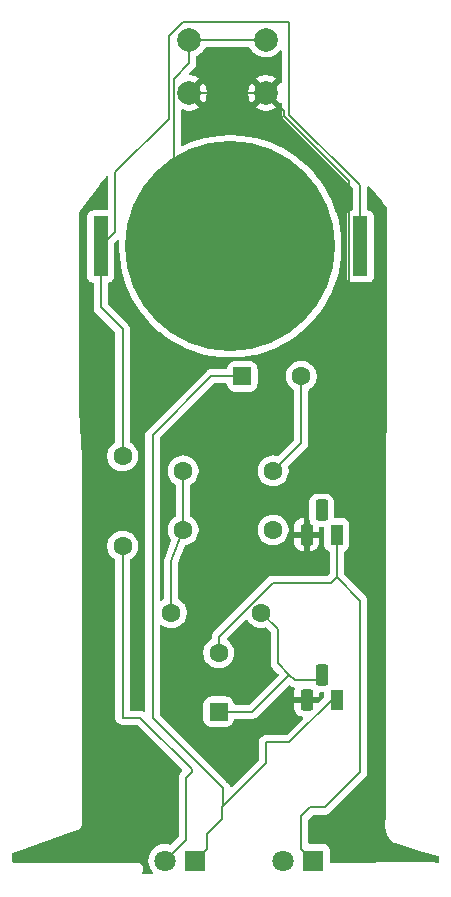
<source format=gbr>
%TF.GenerationSoftware,KiCad,Pcbnew,9.0.2*%
%TF.CreationDate,2025-07-02T03:30:09+03:00*%
%TF.ProjectId,solder submission,736f6c64-6572-4207-9375-626d69737369,rev?*%
%TF.SameCoordinates,Original*%
%TF.FileFunction,Copper,L1,Top*%
%TF.FilePolarity,Positive*%
%FSLAX46Y46*%
G04 Gerber Fmt 4.6, Leading zero omitted, Abs format (unit mm)*
G04 Created by KiCad (PCBNEW 9.0.2) date 2025-07-02 03:30:09*
%MOMM*%
%LPD*%
G01*
G04 APERTURE LIST*
G04 Aperture macros list*
%AMRoundRect*
0 Rectangle with rounded corners*
0 $1 Rounding radius*
0 $2 $3 $4 $5 $6 $7 $8 $9 X,Y pos of 4 corners*
0 Add a 4 corners polygon primitive as box body*
4,1,4,$2,$3,$4,$5,$6,$7,$8,$9,$2,$3,0*
0 Add four circle primitives for the rounded corners*
1,1,$1+$1,$2,$3*
1,1,$1+$1,$4,$5*
1,1,$1+$1,$6,$7*
1,1,$1+$1,$8,$9*
0 Add four rect primitives between the rounded corners*
20,1,$1+$1,$2,$3,$4,$5,0*
20,1,$1+$1,$4,$5,$6,$7,0*
20,1,$1+$1,$6,$7,$8,$9,0*
20,1,$1+$1,$8,$9,$2,$3,0*%
G04 Aperture macros list end*
%TA.AperFunction,SMDPad,CuDef*%
%ADD10R,1.270000X5.080000*%
%TD*%
%TA.AperFunction,SMDPad,CuDef*%
%ADD11C,17.800000*%
%TD*%
%TA.AperFunction,ComponentPad*%
%ADD12R,1.800000X1.800000*%
%TD*%
%TA.AperFunction,ComponentPad*%
%ADD13C,1.800000*%
%TD*%
%TA.AperFunction,ComponentPad*%
%ADD14C,2.000000*%
%TD*%
%TA.AperFunction,ComponentPad*%
%ADD15R,1.100000X1.800000*%
%TD*%
%TA.AperFunction,ComponentPad*%
%ADD16RoundRect,0.275000X0.275000X0.625000X-0.275000X0.625000X-0.275000X-0.625000X0.275000X-0.625000X0*%
%TD*%
%TA.AperFunction,ComponentPad*%
%ADD17C,1.600000*%
%TD*%
%TA.AperFunction,ComponentPad*%
%ADD18RoundRect,0.250000X0.550000X-0.550000X0.550000X0.550000X-0.550000X0.550000X-0.550000X-0.550000X0*%
%TD*%
%TA.AperFunction,ComponentPad*%
%ADD19RoundRect,0.250000X-0.550000X-0.550000X0.550000X-0.550000X0.550000X0.550000X-0.550000X0.550000X0*%
%TD*%
%TA.AperFunction,ViaPad*%
%ADD20C,0.600000*%
%TD*%
%TA.AperFunction,Conductor*%
%ADD21C,0.200000*%
%TD*%
G04 APERTURE END LIST*
D10*
%TO.P,BT1,1,+*%
%TO.N,+3V*%
X132985000Y-98000000D03*
X111015000Y-98000000D03*
D11*
%TO.P,BT1,2,-*%
%TO.N,Net-(BT1--)*%
X122000000Y-98000000D03*
%TD*%
D12*
%TO.P,D1,1,K*%
%TO.N,Net-(D1-K)*%
X119000000Y-150000000D03*
D13*
%TO.P,D1,2,A*%
%TO.N,Net-(D1-A)*%
X116460000Y-150000000D03*
%TD*%
D14*
%TO.P,SW1,1,1*%
%TO.N,GND*%
X125000000Y-85000000D03*
X118500000Y-85000000D03*
%TO.P,SW1,2,2*%
%TO.N,Net-(BT1--)*%
X125000000Y-80500000D03*
X118500000Y-80500000D03*
%TD*%
D12*
%TO.P,D2,1,K*%
%TO.N,Net-(D2-K)*%
X129000000Y-150000000D03*
D13*
%TO.P,D2,2,A*%
%TO.N,Net-(D2-A)*%
X126460000Y-150000000D03*
%TD*%
D15*
%TO.P,Q1,1,C*%
%TO.N,Net-(D1-K)*%
X131000000Y-136400000D03*
D16*
%TO.P,Q1,2,B*%
%TO.N,Net-(Q1-B)*%
X129730000Y-134330000D03*
%TO.P,Q1,3,E*%
%TO.N,GND*%
X128460000Y-136400000D03*
%TD*%
D17*
%TO.P,R1,1*%
%TO.N,+3V*%
X112870000Y-115750000D03*
%TO.P,R1,2*%
%TO.N,Net-(D1-A)*%
X112870000Y-123370000D03*
%TD*%
%TO.P,R4,1*%
%TO.N,+3V*%
X118000000Y-122000000D03*
%TO.P,R4,2*%
%TO.N,Net-(D2-A)*%
X125620000Y-122000000D03*
%TD*%
%TO.P,R3,1*%
%TO.N,+3V*%
X117000000Y-129000000D03*
%TO.P,R3,2*%
%TO.N,Net-(Q1-B)*%
X124620000Y-129000000D03*
%TD*%
D15*
%TO.P,Q2,1,C*%
%TO.N,Net-(D2-K)*%
X131000000Y-122400000D03*
D16*
%TO.P,Q2,2,B*%
%TO.N,Net-(Q2-B)*%
X129730000Y-120330000D03*
%TO.P,Q2,3,E*%
%TO.N,GND*%
X128460000Y-122400000D03*
%TD*%
D18*
%TO.P,C2,1*%
%TO.N,Net-(Q1-B)*%
X121000000Y-137402651D03*
D17*
%TO.P,C2,2*%
%TO.N,Net-(D2-K)*%
X121000000Y-132402651D03*
%TD*%
%TO.P,R2,1*%
%TO.N,+3V*%
X118000000Y-117000000D03*
%TO.P,R2,2*%
%TO.N,Net-(Q2-B)*%
X125620000Y-117000000D03*
%TD*%
D19*
%TO.P,C1,1*%
%TO.N,Net-(D1-K)*%
X123000000Y-109000000D03*
D17*
%TO.P,C1,2*%
%TO.N,Net-(Q2-B)*%
X128000000Y-109000000D03*
%TD*%
D20*
%TO.N,GND*%
X132000000Y-125000000D03*
%TD*%
D21*
%TO.N,Net-(BT1--)*%
X117199000Y-93199000D02*
X117199000Y-83801000D01*
X117199000Y-83801000D02*
X118500000Y-82500000D01*
X118500000Y-80500000D02*
X125000000Y-80500000D01*
X118500000Y-82500000D02*
X118500000Y-80500000D01*
X122000000Y-98000000D02*
X117199000Y-93199000D01*
%TO.N,+3V*%
X111015000Y-98000000D02*
X111015000Y-103145000D01*
X127000000Y-79000000D02*
X118000000Y-79000000D01*
X127000000Y-86832876D02*
X127000000Y-79000000D01*
X111015000Y-98000000D02*
X112262564Y-96752436D01*
X118000000Y-122000000D02*
X118000000Y-117000000D01*
X116798000Y-87202000D02*
X116798000Y-80202000D01*
X132985000Y-92817876D02*
X127000000Y-86832876D01*
X132985000Y-98000000D02*
X132985000Y-92817876D01*
X117000000Y-124620000D02*
X118000000Y-122000000D01*
X112262564Y-96752436D02*
X112262564Y-91737436D01*
X112262564Y-91737436D02*
X116798000Y-87202000D01*
X116798000Y-80202000D02*
X118000000Y-79000000D01*
X117000000Y-129000000D02*
X117000000Y-124620000D01*
X111015000Y-103145000D02*
X112870000Y-105000000D01*
X112870000Y-105000000D02*
X112870000Y-115750000D01*
%TO.N,Net-(Q2-B)*%
X125620000Y-117000000D02*
X128000000Y-114620000D01*
X128000000Y-114620000D02*
X128000000Y-109000000D01*
%TO.N,Net-(D1-K)*%
X121375000Y-145375000D02*
X121250000Y-145500000D01*
X125000000Y-141750000D02*
X121375000Y-145375000D01*
X120370000Y-109000000D02*
X123000000Y-109000000D01*
X115410000Y-137910000D02*
X115410000Y-113960000D01*
X115410000Y-137910000D02*
X121375000Y-143875000D01*
X121250000Y-145500000D02*
X121250000Y-146500000D01*
X120000000Y-147750000D02*
X120000000Y-149000000D01*
X121375000Y-143875000D02*
X121375000Y-145375000D01*
X125000000Y-140000000D02*
X127000000Y-140000000D01*
X125000000Y-140000000D02*
X125000000Y-141750000D01*
X127000000Y-140000000D02*
X131000000Y-136000000D01*
X120000000Y-149000000D02*
X119000000Y-150000000D01*
X121250000Y-146500000D02*
X120000000Y-147750000D01*
X115410000Y-113960000D02*
X120370000Y-109000000D01*
%TO.N,Net-(Q1-B)*%
X126000000Y-130380000D02*
X124620000Y-129000000D01*
X127000000Y-134250000D02*
X127480000Y-134730000D01*
X127480000Y-134730000D02*
X129730000Y-134730000D01*
X126000000Y-133250000D02*
X126000000Y-130380000D01*
X123847349Y-137402651D02*
X127000000Y-134250000D01*
X121000000Y-137402651D02*
X123847349Y-137402651D01*
X127000000Y-134250000D02*
X126000000Y-133250000D01*
%TO.N,Net-(D2-K)*%
X130000000Y-145500000D02*
X133000000Y-142500000D01*
X121000000Y-132402651D02*
X121000000Y-131062950D01*
X129000000Y-150000000D02*
X128000000Y-149000000D01*
X133000000Y-128000000D02*
X131000000Y-126000000D01*
X121000000Y-131062950D02*
X125562950Y-126500000D01*
X128750000Y-145500000D02*
X130000000Y-145500000D01*
X130500000Y-126500000D02*
X131000000Y-126000000D01*
X131000000Y-126000000D02*
X131000000Y-122000000D01*
X128000000Y-146250000D02*
X128750000Y-145500000D01*
X128000000Y-149000000D02*
X128000000Y-146250000D01*
X133000000Y-142500000D02*
X133000000Y-128000000D01*
X125562950Y-126500000D02*
X130500000Y-126500000D01*
%TO.N,Net-(D1-A)*%
X118710000Y-142250000D02*
X118710000Y-142500000D01*
X112870000Y-123370000D02*
X112870000Y-137910000D01*
X118210000Y-143000000D02*
X118210000Y-148250000D01*
X118210000Y-148250000D02*
X116460000Y-150000000D01*
X118710000Y-142500000D02*
X118210000Y-143000000D01*
X112870000Y-137910000D02*
X114370000Y-137910000D01*
X114370000Y-137910000D02*
X118710000Y-142250000D01*
%TO.N,GND*%
X125000000Y-85000000D02*
X118500000Y-85000000D01*
X132000000Y-125000000D02*
X132750000Y-124250000D01*
X126500000Y-87000000D02*
X126500000Y-86500000D01*
X126500000Y-86500000D02*
X125000000Y-85000000D01*
X132750000Y-124250000D02*
X132750000Y-105750000D01*
X132000000Y-92500000D02*
X126500000Y-87000000D01*
X132750000Y-105750000D02*
X132000000Y-105000000D01*
X132000000Y-105000000D02*
X132000000Y-92500000D01*
%TD*%
%TA.AperFunction,Conductor*%
%TO.N,GND*%
G36*
X123612971Y-81120185D02*
G01*
X123656416Y-81168203D01*
X123716657Y-81286433D01*
X123855483Y-81477510D01*
X124022490Y-81644517D01*
X124213567Y-81783343D01*
X124241933Y-81797796D01*
X124424003Y-81890566D01*
X124424005Y-81890566D01*
X124424008Y-81890568D01*
X124475304Y-81907235D01*
X124648631Y-81963553D01*
X124881903Y-82000500D01*
X124881908Y-82000500D01*
X125118097Y-82000500D01*
X125351368Y-81963553D01*
X125380563Y-81954067D01*
X125575992Y-81890568D01*
X125786433Y-81783343D01*
X125977510Y-81644517D01*
X126144517Y-81477510D01*
X126175182Y-81435302D01*
X126230511Y-81392637D01*
X126300125Y-81386658D01*
X126361920Y-81419263D01*
X126396277Y-81480102D01*
X126399500Y-81508188D01*
X126399500Y-84010668D01*
X126379815Y-84077707D01*
X126327011Y-84123462D01*
X126265772Y-84134286D01*
X126222658Y-84130893D01*
X125523787Y-84829765D01*
X125512518Y-84787708D01*
X125440110Y-84662292D01*
X125337708Y-84559890D01*
X125212292Y-84487482D01*
X125170234Y-84476212D01*
X125869105Y-83777340D01*
X125869104Y-83777338D01*
X125786174Y-83717087D01*
X125575802Y-83609897D01*
X125351247Y-83536934D01*
X125351248Y-83536934D01*
X125118052Y-83500000D01*
X124881948Y-83500000D01*
X124648752Y-83536934D01*
X124424197Y-83609897D01*
X124213830Y-83717084D01*
X124130894Y-83777340D01*
X124829766Y-84476212D01*
X124787708Y-84487482D01*
X124662292Y-84559890D01*
X124559890Y-84662292D01*
X124487482Y-84787708D01*
X124476212Y-84829766D01*
X123777340Y-84130894D01*
X123717084Y-84213830D01*
X123609897Y-84424197D01*
X123536934Y-84648752D01*
X123500000Y-84881947D01*
X123500000Y-85118052D01*
X123536934Y-85351247D01*
X123609897Y-85575802D01*
X123717087Y-85786174D01*
X123777338Y-85869104D01*
X123777340Y-85869105D01*
X124476212Y-85170233D01*
X124487482Y-85212292D01*
X124559890Y-85337708D01*
X124662292Y-85440110D01*
X124787708Y-85512518D01*
X124829765Y-85523787D01*
X124130893Y-86222658D01*
X124213828Y-86282914D01*
X124424197Y-86390102D01*
X124648752Y-86463065D01*
X124648751Y-86463065D01*
X124881948Y-86500000D01*
X125118052Y-86500000D01*
X125351247Y-86463065D01*
X125575802Y-86390102D01*
X125786163Y-86282918D01*
X125786169Y-86282914D01*
X125869104Y-86222658D01*
X125869105Y-86222658D01*
X125170233Y-85523787D01*
X125212292Y-85512518D01*
X125337708Y-85440110D01*
X125440110Y-85337708D01*
X125512518Y-85212292D01*
X125523787Y-85170234D01*
X126222658Y-85869105D01*
X126265771Y-85865712D01*
X126334148Y-85880076D01*
X126383905Y-85929128D01*
X126399500Y-85989330D01*
X126399500Y-86746206D01*
X126399499Y-86746224D01*
X126399499Y-86911930D01*
X126399498Y-86911930D01*
X126440423Y-87064661D01*
X126469358Y-87114776D01*
X126469359Y-87114780D01*
X126469360Y-87114780D01*
X126519479Y-87201590D01*
X126519481Y-87201593D01*
X126638349Y-87320461D01*
X126638355Y-87320466D01*
X132348181Y-93030292D01*
X132381666Y-93091615D01*
X132384500Y-93117973D01*
X132384500Y-94839261D01*
X132364815Y-94906300D01*
X132312011Y-94952055D01*
X132273754Y-94962551D01*
X132242516Y-94965909D01*
X132107671Y-95016202D01*
X132107664Y-95016206D01*
X131992455Y-95102452D01*
X131992452Y-95102455D01*
X131906206Y-95217664D01*
X131906202Y-95217671D01*
X131855908Y-95352517D01*
X131849501Y-95412116D01*
X131849501Y-95412123D01*
X131849500Y-95412135D01*
X131849500Y-100587870D01*
X131849501Y-100587876D01*
X131855908Y-100647483D01*
X131906202Y-100782328D01*
X131906206Y-100782335D01*
X131992452Y-100897544D01*
X131992455Y-100897547D01*
X132107664Y-100983793D01*
X132107671Y-100983797D01*
X132242517Y-101034091D01*
X132242516Y-101034091D01*
X132249444Y-101034835D01*
X132302127Y-101040500D01*
X133667872Y-101040499D01*
X133727483Y-101034091D01*
X133862331Y-100983796D01*
X133977546Y-100897546D01*
X134063796Y-100782331D01*
X134114091Y-100647483D01*
X134120500Y-100587873D01*
X134120499Y-95412128D01*
X134114091Y-95352517D01*
X134083210Y-95269722D01*
X134063797Y-95217671D01*
X134063793Y-95217664D01*
X133977547Y-95102455D01*
X133977544Y-95102452D01*
X133862335Y-95016206D01*
X133862328Y-95016202D01*
X133727482Y-94965908D01*
X133727484Y-94965908D01*
X133696244Y-94962550D01*
X133631693Y-94935812D01*
X133591845Y-94878419D01*
X133585500Y-94839261D01*
X133585500Y-93035679D01*
X133605185Y-92968640D01*
X133657989Y-92922885D01*
X133727147Y-92912941D01*
X133790703Y-92941966D01*
X133804518Y-92956007D01*
X134316163Y-93566260D01*
X134827558Y-94176214D01*
X134833985Y-94183880D01*
X134834233Y-94184175D01*
X134835392Y-94186596D01*
X134876532Y-94234627D01*
X134876948Y-94235123D01*
X134918222Y-94284351D01*
X134926127Y-94292528D01*
X135253184Y-94674364D01*
X135281844Y-94738081D01*
X135283007Y-94755026D01*
X135283007Y-111687303D01*
X135282930Y-111691676D01*
X135133552Y-115924929D01*
X135132997Y-115940645D01*
X135130660Y-115949381D01*
X135130677Y-116006360D01*
X135130600Y-116008571D01*
X135128669Y-116063313D01*
X135129445Y-116071404D01*
X135129023Y-116071444D01*
X135130703Y-116086203D01*
X135140226Y-145649747D01*
X135140229Y-145658004D01*
X135135922Y-145690275D01*
X135140248Y-145723598D01*
X135140251Y-145731601D01*
X135140252Y-145731602D01*
X135140261Y-145757228D01*
X135140261Y-145757232D01*
X135146558Y-145780701D01*
X135149761Y-145796866D01*
X135165941Y-145921485D01*
X135166957Y-145935470D01*
X135169247Y-146078784D01*
X135169047Y-146088089D01*
X135159107Y-146256085D01*
X135158749Y-146260674D01*
X135147341Y-146378864D01*
X135147183Y-146379839D01*
X135140182Y-146453023D01*
X135140173Y-146453125D01*
X135133192Y-146525457D01*
X135133162Y-146526412D01*
X135125568Y-146605804D01*
X135120549Y-146630782D01*
X135120146Y-146632077D01*
X135118229Y-146680503D01*
X135117763Y-146687398D01*
X135113150Y-146735643D01*
X135113150Y-146735651D01*
X135113374Y-146736982D01*
X135114988Y-146762413D01*
X135108385Y-146929298D01*
X135107348Y-146955504D01*
X135101864Y-146985530D01*
X135104753Y-147021067D01*
X135104457Y-147028549D01*
X135103344Y-147056687D01*
X135103344Y-147056694D01*
X135108139Y-147077909D01*
X135110781Y-147095192D01*
X135123408Y-147250488D01*
X135124556Y-147264600D01*
X135123529Y-147303550D01*
X135129873Y-147330002D01*
X135130650Y-147339547D01*
X135130651Y-147339554D01*
X135132080Y-147357120D01*
X135132081Y-147357125D01*
X135142936Y-147387530D01*
X135146735Y-147400298D01*
X135183498Y-147553559D01*
X135183497Y-147553559D01*
X135184796Y-147558975D01*
X135191098Y-147601925D01*
X135200103Y-147622788D01*
X135202598Y-147633188D01*
X135205405Y-147644892D01*
X135205408Y-147644899D01*
X135223459Y-147678160D01*
X135228322Y-147688166D01*
X135286571Y-147823118D01*
X135286570Y-147823118D01*
X135289790Y-147830579D01*
X135298839Y-147862435D01*
X135315780Y-147890793D01*
X135319002Y-147898256D01*
X135319006Y-147898264D01*
X135328883Y-147921144D01*
X135328884Y-147921146D01*
X135333997Y-147927609D01*
X135344407Y-147940770D01*
X135353600Y-147954096D01*
X135358570Y-147962415D01*
X135361472Y-147967271D01*
X135370962Y-147986887D01*
X135374797Y-147996996D01*
X135374798Y-147996998D01*
X135397638Y-148028697D01*
X135403475Y-148037577D01*
X135410955Y-148050096D01*
X135423523Y-148071133D01*
X135431275Y-148078657D01*
X135445527Y-148095161D01*
X135449002Y-148099985D01*
X135460283Y-148119024D01*
X135464544Y-148127947D01*
X135464546Y-148127949D01*
X135490541Y-148158362D01*
X135493879Y-148162267D01*
X135520260Y-148198881D01*
X135536523Y-148212157D01*
X135543751Y-148220613D01*
X135543751Y-148220614D01*
X135543756Y-148220619D01*
X135550495Y-148228504D01*
X135563598Y-148247030D01*
X135567841Y-148254373D01*
X135567845Y-148254379D01*
X135597113Y-148283630D01*
X135603716Y-148290768D01*
X135630609Y-148322231D01*
X135630610Y-148322231D01*
X135630613Y-148322235D01*
X135637605Y-148327037D01*
X135655057Y-148341542D01*
X135699639Y-148386098D01*
X135702851Y-148389432D01*
X135739692Y-148429131D01*
X135739695Y-148429133D01*
X135739699Y-148429136D01*
X135747778Y-148434211D01*
X135754529Y-148440958D01*
X135803449Y-148469184D01*
X135823506Y-148481784D01*
X135851281Y-148499233D01*
X135858668Y-148502620D01*
X135858524Y-148502931D01*
X135861034Y-148504026D01*
X135861165Y-148503710D01*
X135868672Y-148506816D01*
X135868676Y-148506819D01*
X135921022Y-148520829D01*
X135925444Y-148522102D01*
X137043384Y-148866831D01*
X137046425Y-148868683D01*
X137106298Y-148886232D01*
X137165917Y-148904616D01*
X137165926Y-148904616D01*
X137166122Y-148904650D01*
X137180251Y-148907906D01*
X138332232Y-149245554D01*
X139574915Y-149611597D01*
X139596625Y-149625575D01*
X139620213Y-149636086D01*
X139625521Y-149644181D01*
X139633661Y-149649422D01*
X139644368Y-149672921D01*
X139658528Y-149694514D01*
X139660716Y-149708801D01*
X139662631Y-149713002D01*
X139663873Y-149729401D01*
X139664964Y-149847717D01*
X139664537Y-149859198D01*
X139647970Y-150057222D01*
X139622765Y-150122387D01*
X139566330Y-150163580D01*
X139524941Y-150170883D01*
X139429947Y-150171296D01*
X139403735Y-150167528D01*
X139403673Y-150167915D01*
X139387628Y-150165340D01*
X139387631Y-150165318D01*
X139380993Y-150164407D01*
X139380991Y-150164430D01*
X139372921Y-150163508D01*
X139321442Y-150164396D01*
X139319306Y-150164414D01*
X139319304Y-150164414D01*
X139302852Y-150163318D01*
X139294798Y-150162239D01*
X139237033Y-150162112D01*
X139233814Y-150162063D01*
X139176048Y-150160434D01*
X139167971Y-150161267D01*
X139167895Y-150160537D01*
X139154940Y-150161931D01*
X138146082Y-150159713D01*
X138137317Y-150159693D01*
X138136495Y-150159475D01*
X138071608Y-150159548D01*
X138071260Y-150159548D01*
X138071259Y-150159547D01*
X138000514Y-150159394D01*
X137996803Y-150159635D01*
X130629995Y-150168119D01*
X130629994Y-150168119D01*
X130617999Y-150168132D01*
X130600843Y-150164803D01*
X130552338Y-150168207D01*
X130548047Y-150168212D01*
X130548047Y-150168213D01*
X130524642Y-150168240D01*
X130457580Y-150148633D01*
X130411764Y-150095882D01*
X130400499Y-150044240D01*
X130400499Y-149052129D01*
X130400498Y-149052123D01*
X130398437Y-149032952D01*
X130394091Y-148992517D01*
X130379259Y-148952751D01*
X130343797Y-148857671D01*
X130343793Y-148857664D01*
X130257547Y-148742455D01*
X130257544Y-148742452D01*
X130142335Y-148656206D01*
X130142328Y-148656202D01*
X130007482Y-148605908D01*
X130007483Y-148605908D01*
X129947883Y-148599501D01*
X129947881Y-148599500D01*
X129947873Y-148599500D01*
X129947865Y-148599500D01*
X128724500Y-148599500D01*
X128657461Y-148579815D01*
X128611706Y-148527011D01*
X128600500Y-148475500D01*
X128600500Y-146550097D01*
X128620185Y-146483058D01*
X128636819Y-146462416D01*
X128962416Y-146136819D01*
X129023739Y-146103334D01*
X129050097Y-146100500D01*
X129913331Y-146100500D01*
X129913347Y-146100501D01*
X129920943Y-146100501D01*
X130079054Y-146100501D01*
X130079057Y-146100501D01*
X130231785Y-146059577D01*
X130303424Y-146018216D01*
X130368716Y-145980520D01*
X130480520Y-145868716D01*
X130480520Y-145868714D01*
X130490724Y-145858511D01*
X130490727Y-145858506D01*
X133480520Y-142868716D01*
X133559577Y-142731784D01*
X133600501Y-142579057D01*
X133600501Y-142420942D01*
X133600501Y-142413347D01*
X133600500Y-142413329D01*
X133600500Y-127920945D01*
X133600500Y-127920943D01*
X133566288Y-127793263D01*
X133559578Y-127768219D01*
X133559577Y-127768216D01*
X133559577Y-127768215D01*
X133519904Y-127699500D01*
X133480520Y-127631284D01*
X133368716Y-127519480D01*
X133364385Y-127515149D01*
X133364374Y-127515139D01*
X131636819Y-125787584D01*
X131603334Y-125726261D01*
X131600500Y-125699903D01*
X131600500Y-123901439D01*
X131620185Y-123834400D01*
X131672989Y-123788645D01*
X131681168Y-123785257D01*
X131792326Y-123743798D01*
X131792326Y-123743797D01*
X131792331Y-123743796D01*
X131907546Y-123657546D01*
X131993796Y-123542331D01*
X132044091Y-123407483D01*
X132050500Y-123347873D01*
X132050499Y-121452128D01*
X132044091Y-121392517D01*
X132016443Y-121318390D01*
X131993797Y-121257671D01*
X131993793Y-121257664D01*
X131907547Y-121142455D01*
X131907544Y-121142452D01*
X131792335Y-121056206D01*
X131792328Y-121056202D01*
X131657482Y-121005908D01*
X131657483Y-121005908D01*
X131597883Y-120999501D01*
X131597881Y-120999500D01*
X131597873Y-120999500D01*
X131597865Y-120999500D01*
X130904500Y-120999500D01*
X130837461Y-120979815D01*
X130791706Y-120927011D01*
X130780500Y-120875500D01*
X130780500Y-119661445D01*
X130780499Y-119661441D01*
X130765842Y-119531351D01*
X130765841Y-119531349D01*
X130765841Y-119531343D01*
X130708122Y-119366394D01*
X130615147Y-119218424D01*
X130491576Y-119094853D01*
X130343606Y-119001878D01*
X130343605Y-119001877D01*
X130343604Y-119001877D01*
X130178658Y-118944159D01*
X130178648Y-118944157D01*
X130048558Y-118929500D01*
X130048552Y-118929500D01*
X129411448Y-118929500D01*
X129411441Y-118929500D01*
X129281351Y-118944157D01*
X129281341Y-118944159D01*
X129116395Y-119001877D01*
X128968423Y-119094853D01*
X128844853Y-119218423D01*
X128751877Y-119366395D01*
X128694159Y-119531341D01*
X128694157Y-119531351D01*
X128679500Y-119661441D01*
X128679500Y-120998558D01*
X128694157Y-121128648D01*
X128694158Y-121128655D01*
X128694159Y-121128657D01*
X128703041Y-121154041D01*
X128710000Y-121194994D01*
X128710000Y-121719670D01*
X128690255Y-121699925D01*
X128604745Y-121650556D01*
X128509370Y-121625000D01*
X128410630Y-121625000D01*
X128315255Y-121650556D01*
X128229745Y-121699925D01*
X128210000Y-121719670D01*
X128210000Y-121000000D01*
X128141469Y-121000000D01*
X128011460Y-121014648D01*
X127846613Y-121072330D01*
X127698737Y-121165246D01*
X127575246Y-121288737D01*
X127482330Y-121436613D01*
X127424648Y-121601460D01*
X127410000Y-121731469D01*
X127410000Y-122150000D01*
X128113590Y-122150000D01*
X128159925Y-122230255D01*
X128229745Y-122300075D01*
X128315255Y-122349444D01*
X128410630Y-122375000D01*
X128509370Y-122375000D01*
X128604745Y-122349444D01*
X128690255Y-122300075D01*
X128760075Y-122230255D01*
X128806410Y-122150000D01*
X129510000Y-122150000D01*
X129510000Y-121854500D01*
X129512550Y-121845814D01*
X129511262Y-121836853D01*
X129522240Y-121812812D01*
X129529685Y-121787461D01*
X129536525Y-121781533D01*
X129540287Y-121773297D01*
X129562521Y-121759007D01*
X129582489Y-121741706D01*
X129593003Y-121739418D01*
X129599065Y-121735523D01*
X129634000Y-121730500D01*
X129825500Y-121730500D01*
X129892539Y-121750185D01*
X129938294Y-121802989D01*
X129949500Y-121854500D01*
X129949500Y-123347870D01*
X129949501Y-123347876D01*
X129955908Y-123407483D01*
X130006202Y-123542328D01*
X130006206Y-123542335D01*
X130092452Y-123657544D01*
X130092455Y-123657547D01*
X130207664Y-123743793D01*
X130207673Y-123743798D01*
X130318832Y-123785257D01*
X130374766Y-123827127D01*
X130399184Y-123892592D01*
X130399500Y-123901439D01*
X130399500Y-125699901D01*
X130390856Y-125729337D01*
X130384333Y-125759327D01*
X130380577Y-125764344D01*
X130379815Y-125766940D01*
X130363182Y-125787582D01*
X130287584Y-125863181D01*
X130226261Y-125896666D01*
X130199902Y-125899500D01*
X125649620Y-125899500D01*
X125649604Y-125899499D01*
X125642008Y-125899499D01*
X125483893Y-125899499D01*
X125407529Y-125919961D01*
X125331164Y-125940423D01*
X125331159Y-125940426D01*
X125194240Y-126019475D01*
X125194232Y-126019481D01*
X120519481Y-130694232D01*
X120519480Y-130694234D01*
X120488025Y-130748716D01*
X120440423Y-130831165D01*
X120399499Y-130983893D01*
X120399499Y-130983895D01*
X120399499Y-131151996D01*
X120399500Y-131152009D01*
X120399500Y-131173048D01*
X120379815Y-131240087D01*
X120331800Y-131283530D01*
X120318389Y-131290363D01*
X120152786Y-131410679D01*
X120008028Y-131555437D01*
X119887715Y-131721037D01*
X119794781Y-131903427D01*
X119731522Y-132098116D01*
X119699500Y-132300299D01*
X119699500Y-132505002D01*
X119731522Y-132707185D01*
X119794781Y-132901874D01*
X119887715Y-133084264D01*
X120008028Y-133249864D01*
X120152786Y-133394622D01*
X120272758Y-133481785D01*
X120318390Y-133514938D01*
X120434607Y-133574154D01*
X120500776Y-133607869D01*
X120500778Y-133607869D01*
X120500781Y-133607871D01*
X120534162Y-133618717D01*
X120695465Y-133671128D01*
X120796557Y-133687139D01*
X120897648Y-133703151D01*
X120897649Y-133703151D01*
X121102351Y-133703151D01*
X121102352Y-133703151D01*
X121304534Y-133671128D01*
X121499219Y-133607871D01*
X121681610Y-133514938D01*
X121774590Y-133447383D01*
X121847213Y-133394622D01*
X121847215Y-133394619D01*
X121847219Y-133394617D01*
X121991966Y-133249870D01*
X121991968Y-133249866D01*
X121991971Y-133249864D01*
X122054840Y-133163330D01*
X122112287Y-133084261D01*
X122205220Y-132901870D01*
X122268477Y-132707185D01*
X122300500Y-132505003D01*
X122300500Y-132300299D01*
X122268477Y-132098117D01*
X122205220Y-131903432D01*
X122205218Y-131903429D01*
X122205218Y-131903427D01*
X122171503Y-131837258D01*
X122112287Y-131721041D01*
X122104556Y-131710400D01*
X121991971Y-131555437D01*
X121847217Y-131410683D01*
X121847212Y-131410679D01*
X121764438Y-131350540D01*
X121721772Y-131295210D01*
X121715793Y-131225597D01*
X121748399Y-131163802D01*
X121749568Y-131162615D01*
X123293486Y-129618698D01*
X123354807Y-129585215D01*
X123424499Y-129590199D01*
X123480432Y-129632071D01*
X123491649Y-129650084D01*
X123507714Y-129681613D01*
X123628028Y-129847213D01*
X123772786Y-129991971D01*
X123873190Y-130064917D01*
X123938390Y-130112287D01*
X124008901Y-130148214D01*
X124120776Y-130205218D01*
X124120778Y-130205218D01*
X124120781Y-130205220D01*
X124225137Y-130239127D01*
X124315465Y-130268477D01*
X124416557Y-130284488D01*
X124517648Y-130300500D01*
X124517649Y-130300500D01*
X124722351Y-130300500D01*
X124722352Y-130300500D01*
X124924534Y-130268477D01*
X124938842Y-130263827D01*
X125008679Y-130261831D01*
X125064841Y-130294077D01*
X125363181Y-130592416D01*
X125396666Y-130653739D01*
X125399500Y-130680097D01*
X125399500Y-133163330D01*
X125399499Y-133163348D01*
X125399499Y-133329054D01*
X125399498Y-133329054D01*
X125440424Y-133481789D01*
X125440425Y-133481790D01*
X125459563Y-133514937D01*
X125459564Y-133514938D01*
X125519477Y-133618712D01*
X125519481Y-133618717D01*
X125638349Y-133737585D01*
X125638355Y-133737590D01*
X126063083Y-134162318D01*
X126096568Y-134223641D01*
X126091584Y-134293333D01*
X126063083Y-134337680D01*
X123634933Y-136765832D01*
X123573610Y-136799317D01*
X123547252Y-136802151D01*
X122412163Y-136802151D01*
X122345124Y-136782466D01*
X122299369Y-136729662D01*
X122290911Y-136704110D01*
X122290000Y-136699858D01*
X122273479Y-136650000D01*
X122234814Y-136533317D01*
X122142712Y-136383995D01*
X122018656Y-136259939D01*
X121869334Y-136167837D01*
X121702797Y-136112652D01*
X121702795Y-136112651D01*
X121600010Y-136102151D01*
X120399998Y-136102151D01*
X120399981Y-136102152D01*
X120297203Y-136112651D01*
X120297200Y-136112652D01*
X120130668Y-136167836D01*
X120130663Y-136167838D01*
X119981342Y-136259940D01*
X119857289Y-136383993D01*
X119765187Y-136533314D01*
X119765186Y-136533317D01*
X119710001Y-136699854D01*
X119710001Y-136699855D01*
X119710000Y-136699855D01*
X119699500Y-136802634D01*
X119699500Y-138002652D01*
X119699501Y-138002669D01*
X119710000Y-138105447D01*
X119710001Y-138105450D01*
X119765185Y-138271982D01*
X119765187Y-138271987D01*
X119769338Y-138278717D01*
X119857288Y-138421307D01*
X119981344Y-138545363D01*
X120130666Y-138637465D01*
X120297203Y-138692650D01*
X120399991Y-138703151D01*
X121600008Y-138703150D01*
X121702797Y-138692650D01*
X121869334Y-138637465D01*
X122018656Y-138545363D01*
X122142712Y-138421307D01*
X122234814Y-138271985D01*
X122289999Y-138105448D01*
X122289999Y-138105444D01*
X122290912Y-138101184D01*
X122324199Y-138039753D01*
X122385414Y-138006070D01*
X122412163Y-138003151D01*
X123760680Y-138003151D01*
X123760696Y-138003152D01*
X123768292Y-138003152D01*
X123926403Y-138003152D01*
X123926406Y-138003152D01*
X124079134Y-137962228D01*
X124129253Y-137933290D01*
X124216065Y-137883171D01*
X124327869Y-137771367D01*
X124327869Y-137771365D01*
X124338077Y-137761158D01*
X124338078Y-137761155D01*
X126912320Y-135186914D01*
X126973641Y-135153431D01*
X127043333Y-135158415D01*
X127087679Y-135186915D01*
X127111284Y-135210520D01*
X127111285Y-135210521D01*
X127111288Y-135210523D01*
X127248209Y-135289573D01*
X127248216Y-135289577D01*
X127380217Y-135324947D01*
X127439875Y-135361311D01*
X127470404Y-135424159D01*
X127465163Y-135485675D01*
X127424648Y-135601460D01*
X127410000Y-135731469D01*
X127410000Y-136150000D01*
X128113590Y-136150000D01*
X128159925Y-136230255D01*
X128229745Y-136300075D01*
X128315255Y-136349444D01*
X128410630Y-136375000D01*
X128509370Y-136375000D01*
X128604745Y-136349444D01*
X128690255Y-136300075D01*
X128760075Y-136230255D01*
X128806410Y-136150000D01*
X129510000Y-136150000D01*
X129510000Y-135854500D01*
X129512550Y-135845814D01*
X129511262Y-135836853D01*
X129522240Y-135812812D01*
X129529685Y-135787461D01*
X129536525Y-135781533D01*
X129540287Y-135773297D01*
X129562521Y-135759007D01*
X129582489Y-135741706D01*
X129593003Y-135739418D01*
X129599065Y-135735523D01*
X129634000Y-135730500D01*
X129825500Y-135730500D01*
X129892539Y-135750185D01*
X129938294Y-135802989D01*
X129949500Y-135854500D01*
X129949500Y-136149902D01*
X129929815Y-136216941D01*
X129913181Y-136237583D01*
X129537083Y-136613681D01*
X129475760Y-136647166D01*
X129449402Y-136650000D01*
X127410000Y-136650000D01*
X127410000Y-137068530D01*
X127424648Y-137198539D01*
X127482330Y-137363386D01*
X127575246Y-137511262D01*
X127698737Y-137634753D01*
X127846613Y-137727669D01*
X128011460Y-137785351D01*
X128073700Y-137792364D01*
X128138114Y-137819430D01*
X128177670Y-137877025D01*
X128179807Y-137946862D01*
X128147498Y-138003265D01*
X126787584Y-139363181D01*
X126726261Y-139396666D01*
X126699903Y-139399500D01*
X124920943Y-139399500D01*
X124768216Y-139440423D01*
X124768209Y-139440426D01*
X124631290Y-139519475D01*
X124631282Y-139519481D01*
X124519481Y-139631282D01*
X124519475Y-139631290D01*
X124440426Y-139768209D01*
X124440423Y-139768216D01*
X124399500Y-139920943D01*
X124399500Y-141449903D01*
X124379815Y-141516942D01*
X124363181Y-141537584D01*
X122154697Y-143746067D01*
X122093374Y-143779552D01*
X122023682Y-143774568D01*
X121967749Y-143732696D01*
X121954196Y-143709840D01*
X121949913Y-143700449D01*
X121934577Y-143643215D01*
X121886288Y-143559577D01*
X121855520Y-143506284D01*
X121743716Y-143394480D01*
X121743715Y-143394479D01*
X121739385Y-143390149D01*
X121739374Y-143390139D01*
X116046819Y-137697584D01*
X116013334Y-137636261D01*
X116010500Y-137609903D01*
X116010500Y-130131956D01*
X116030185Y-130064917D01*
X116082989Y-130019162D01*
X116152147Y-130009218D01*
X116207385Y-130031638D01*
X116318390Y-130112287D01*
X116388901Y-130148214D01*
X116500776Y-130205218D01*
X116500778Y-130205218D01*
X116500781Y-130205220D01*
X116605137Y-130239127D01*
X116695465Y-130268477D01*
X116796557Y-130284488D01*
X116897648Y-130300500D01*
X116897649Y-130300500D01*
X117102351Y-130300500D01*
X117102352Y-130300500D01*
X117304534Y-130268477D01*
X117499219Y-130205220D01*
X117681610Y-130112287D01*
X117820633Y-130011282D01*
X117847213Y-129991971D01*
X117847215Y-129991968D01*
X117847219Y-129991966D01*
X117991966Y-129847219D01*
X117991968Y-129847215D01*
X117991971Y-129847213D01*
X118044732Y-129774590D01*
X118112287Y-129681610D01*
X118205220Y-129499219D01*
X118268477Y-129304534D01*
X118300500Y-129102352D01*
X118300500Y-128897648D01*
X118268477Y-128695466D01*
X118205220Y-128500781D01*
X118205218Y-128500778D01*
X118205218Y-128500776D01*
X118171503Y-128434607D01*
X118112287Y-128318390D01*
X118104556Y-128307749D01*
X117991971Y-128152786D01*
X117847213Y-128008028D01*
X117681610Y-127887712D01*
X117668200Y-127880879D01*
X117617406Y-127832903D01*
X117600500Y-127770397D01*
X117600500Y-124753561D01*
X117608652Y-124709344D01*
X117654547Y-124589101D01*
X118123627Y-123360108D01*
X118165923Y-123304496D01*
X118220073Y-123281853D01*
X118304534Y-123268477D01*
X118499219Y-123205220D01*
X118681610Y-123112287D01*
X118774590Y-123044732D01*
X118847213Y-122991971D01*
X118847215Y-122991968D01*
X118847219Y-122991966D01*
X118991966Y-122847219D01*
X118991968Y-122847215D01*
X118991971Y-122847213D01*
X119044732Y-122774590D01*
X119112287Y-122681610D01*
X119205220Y-122499219D01*
X119268477Y-122304534D01*
X119300500Y-122102352D01*
X119300500Y-121897648D01*
X124319500Y-121897648D01*
X124319500Y-122102351D01*
X124351522Y-122304534D01*
X124414781Y-122499223D01*
X124478691Y-122624653D01*
X124507712Y-122681609D01*
X124507715Y-122681613D01*
X124628028Y-122847213D01*
X124772786Y-122991971D01*
X124878163Y-123068530D01*
X124938390Y-123112287D01*
X125054607Y-123171503D01*
X125120776Y-123205218D01*
X125120778Y-123205218D01*
X125120781Y-123205220D01*
X125225137Y-123239127D01*
X125315465Y-123268477D01*
X125399911Y-123281852D01*
X125517648Y-123300500D01*
X125517649Y-123300500D01*
X125722351Y-123300500D01*
X125722352Y-123300500D01*
X125924534Y-123268477D01*
X126119219Y-123205220D01*
X126301610Y-123112287D01*
X126361835Y-123068530D01*
X127410000Y-123068530D01*
X127424648Y-123198539D01*
X127482330Y-123363386D01*
X127575246Y-123511262D01*
X127698737Y-123634753D01*
X127846613Y-123727669D01*
X128011460Y-123785351D01*
X128141469Y-123799999D01*
X128141473Y-123800000D01*
X128210000Y-123800000D01*
X128710000Y-123800000D01*
X128778527Y-123800000D01*
X128778530Y-123799999D01*
X128908539Y-123785351D01*
X129073386Y-123727669D01*
X129221262Y-123634753D01*
X129344753Y-123511262D01*
X129437669Y-123363386D01*
X129495351Y-123198539D01*
X129509999Y-123068530D01*
X129510000Y-123068526D01*
X129510000Y-122650000D01*
X128710000Y-122650000D01*
X128710000Y-123800000D01*
X128210000Y-123800000D01*
X128210000Y-122650000D01*
X127410000Y-122650000D01*
X127410000Y-123068530D01*
X126361835Y-123068530D01*
X126394590Y-123044732D01*
X126467213Y-122991971D01*
X126467215Y-122991968D01*
X126467219Y-122991966D01*
X126611966Y-122847219D01*
X126611968Y-122847215D01*
X126611971Y-122847213D01*
X126732284Y-122681614D01*
X126732285Y-122681613D01*
X126732287Y-122681610D01*
X126825220Y-122499219D01*
X126888477Y-122304534D01*
X126920500Y-122102352D01*
X126920500Y-121897648D01*
X126902109Y-121781533D01*
X126896702Y-121747395D01*
X126888477Y-121695465D01*
X126825218Y-121500776D01*
X126791503Y-121434607D01*
X126732287Y-121318390D01*
X126710743Y-121288737D01*
X126611971Y-121152786D01*
X126467213Y-121008028D01*
X126301613Y-120887715D01*
X126301612Y-120887714D01*
X126301610Y-120887713D01*
X126244653Y-120858691D01*
X126119223Y-120794781D01*
X125924534Y-120731522D01*
X125749995Y-120703878D01*
X125722352Y-120699500D01*
X125517648Y-120699500D01*
X125493329Y-120703351D01*
X125315465Y-120731522D01*
X125120776Y-120794781D01*
X124938386Y-120887715D01*
X124772786Y-121008028D01*
X124628028Y-121152786D01*
X124507715Y-121318386D01*
X124414781Y-121500776D01*
X124351522Y-121695465D01*
X124319500Y-121897648D01*
X119300500Y-121897648D01*
X119282109Y-121781533D01*
X119268477Y-121695465D01*
X119205218Y-121500776D01*
X119171503Y-121434607D01*
X119112287Y-121318390D01*
X119090743Y-121288737D01*
X118991971Y-121152786D01*
X118847213Y-121008028D01*
X118681610Y-120887712D01*
X118668200Y-120880879D01*
X118617406Y-120832903D01*
X118600500Y-120770397D01*
X118600500Y-118229601D01*
X118620185Y-118162562D01*
X118668206Y-118119116D01*
X118681610Y-118112287D01*
X118847219Y-117991966D01*
X118991966Y-117847219D01*
X118991968Y-117847215D01*
X118991971Y-117847213D01*
X119044732Y-117774590D01*
X119112287Y-117681610D01*
X119205220Y-117499219D01*
X119268477Y-117304534D01*
X119300500Y-117102352D01*
X119300500Y-116897648D01*
X124319500Y-116897648D01*
X124319500Y-117102351D01*
X124351522Y-117304534D01*
X124414781Y-117499223D01*
X124507715Y-117681613D01*
X124628028Y-117847213D01*
X124772786Y-117991971D01*
X124927749Y-118104556D01*
X124938390Y-118112287D01*
X125019499Y-118153614D01*
X125120776Y-118205218D01*
X125120778Y-118205218D01*
X125120781Y-118205220D01*
X125195818Y-118229601D01*
X125315465Y-118268477D01*
X125416557Y-118284488D01*
X125517648Y-118300500D01*
X125517649Y-118300500D01*
X125722351Y-118300500D01*
X125722352Y-118300500D01*
X125924534Y-118268477D01*
X126119219Y-118205220D01*
X126301610Y-118112287D01*
X126394590Y-118044732D01*
X126467213Y-117991971D01*
X126467215Y-117991968D01*
X126467219Y-117991966D01*
X126611966Y-117847219D01*
X126611968Y-117847215D01*
X126611971Y-117847213D01*
X126664732Y-117774590D01*
X126732287Y-117681610D01*
X126825220Y-117499219D01*
X126888477Y-117304534D01*
X126920500Y-117102352D01*
X126920500Y-116897648D01*
X126888477Y-116695466D01*
X126883825Y-116681151D01*
X126881832Y-116611312D01*
X126914075Y-116555158D01*
X128358506Y-115110728D01*
X128358511Y-115110724D01*
X128368714Y-115100520D01*
X128368716Y-115100520D01*
X128480520Y-114988716D01*
X128540916Y-114884106D01*
X128559577Y-114851785D01*
X128600500Y-114699058D01*
X128600500Y-114540943D01*
X128600500Y-110229601D01*
X128620185Y-110162562D01*
X128668206Y-110119116D01*
X128681610Y-110112287D01*
X128847219Y-109991966D01*
X128991966Y-109847219D01*
X128991968Y-109847215D01*
X128991971Y-109847213D01*
X129044732Y-109774590D01*
X129112287Y-109681610D01*
X129205220Y-109499219D01*
X129268477Y-109304534D01*
X129300500Y-109102352D01*
X129300500Y-108897648D01*
X129268477Y-108695466D01*
X129205220Y-108500781D01*
X129205218Y-108500778D01*
X129205218Y-108500776D01*
X129153865Y-108399992D01*
X129112287Y-108318390D01*
X129096892Y-108297200D01*
X128991971Y-108152786D01*
X128847213Y-108008028D01*
X128681613Y-107887715D01*
X128681612Y-107887714D01*
X128681610Y-107887713D01*
X128621898Y-107857288D01*
X128499223Y-107794781D01*
X128304534Y-107731522D01*
X128129995Y-107703878D01*
X128102352Y-107699500D01*
X127897648Y-107699500D01*
X127873329Y-107703351D01*
X127695465Y-107731522D01*
X127500776Y-107794781D01*
X127318386Y-107887715D01*
X127152786Y-108008028D01*
X127008028Y-108152786D01*
X126887715Y-108318386D01*
X126794781Y-108500776D01*
X126731522Y-108695465D01*
X126699500Y-108897648D01*
X126699500Y-109102351D01*
X126731522Y-109304534D01*
X126794781Y-109499223D01*
X126846135Y-109600009D01*
X126883320Y-109672989D01*
X126887715Y-109681613D01*
X127008028Y-109847213D01*
X127008034Y-109847219D01*
X127152781Y-109991966D01*
X127318390Y-110112287D01*
X127331793Y-110119116D01*
X127382589Y-110167088D01*
X127399500Y-110229601D01*
X127399500Y-114319902D01*
X127379815Y-114386941D01*
X127363181Y-114407583D01*
X126064842Y-115705921D01*
X126003519Y-115739406D01*
X125938848Y-115736173D01*
X125924534Y-115731522D01*
X125749995Y-115703878D01*
X125722352Y-115699500D01*
X125517648Y-115699500D01*
X125493329Y-115703351D01*
X125315465Y-115731522D01*
X125120776Y-115794781D01*
X124938386Y-115887715D01*
X124772786Y-116008028D01*
X124628028Y-116152786D01*
X124507715Y-116318386D01*
X124414781Y-116500776D01*
X124351522Y-116695465D01*
X124319500Y-116897648D01*
X119300500Y-116897648D01*
X119268477Y-116695466D01*
X119205220Y-116500781D01*
X119205218Y-116500778D01*
X119205218Y-116500776D01*
X119169976Y-116431610D01*
X119112287Y-116318390D01*
X119062032Y-116249219D01*
X118991971Y-116152786D01*
X118847213Y-116008028D01*
X118681613Y-115887715D01*
X118681612Y-115887714D01*
X118681610Y-115887713D01*
X118612208Y-115852351D01*
X118499223Y-115794781D01*
X118304534Y-115731522D01*
X118129995Y-115703878D01*
X118102352Y-115699500D01*
X117897648Y-115699500D01*
X117873329Y-115703351D01*
X117695465Y-115731522D01*
X117500776Y-115794781D01*
X117318386Y-115887715D01*
X117152786Y-116008028D01*
X117008028Y-116152786D01*
X116887715Y-116318386D01*
X116794781Y-116500776D01*
X116731522Y-116695465D01*
X116699500Y-116897648D01*
X116699500Y-117102351D01*
X116731522Y-117304534D01*
X116794781Y-117499223D01*
X116887715Y-117681613D01*
X117008028Y-117847213D01*
X117008034Y-117847219D01*
X117152781Y-117991966D01*
X117318390Y-118112287D01*
X117331793Y-118119116D01*
X117382589Y-118167088D01*
X117399500Y-118229601D01*
X117399500Y-120770397D01*
X117379815Y-120837436D01*
X117331800Y-120880879D01*
X117318389Y-120887712D01*
X117152786Y-121008028D01*
X117008028Y-121152786D01*
X116887715Y-121318386D01*
X116794781Y-121500776D01*
X116731522Y-121695465D01*
X116699500Y-121897648D01*
X116699500Y-122102351D01*
X116731522Y-122304534D01*
X116794781Y-122499223D01*
X116887712Y-122681609D01*
X116985495Y-122816197D01*
X117008974Y-122882004D01*
X117001024Y-122933299D01*
X116459554Y-124351946D01*
X116459555Y-124351947D01*
X116456033Y-124361176D01*
X116440423Y-124388216D01*
X116427959Y-124434727D01*
X116425684Y-124440690D01*
X116410785Y-124479727D01*
X116408593Y-124500963D01*
X116405025Y-124520316D01*
X116399500Y-124540937D01*
X116399500Y-124540943D01*
X116399500Y-124589101D01*
X116394557Y-124637008D01*
X116399500Y-124667836D01*
X116399500Y-127770397D01*
X116379815Y-127837436D01*
X116331800Y-127880879D01*
X116318393Y-127887710D01*
X116207385Y-127968362D01*
X116141578Y-127991841D01*
X116073524Y-127976015D01*
X116024830Y-127925909D01*
X116010500Y-127868043D01*
X116010500Y-114260097D01*
X116030185Y-114193058D01*
X116046819Y-114172416D01*
X120582416Y-109636819D01*
X120643739Y-109603334D01*
X120670097Y-109600500D01*
X121587837Y-109600500D01*
X121654876Y-109620185D01*
X121700631Y-109672989D01*
X121709089Y-109698541D01*
X121709999Y-109702792D01*
X121710001Y-109702797D01*
X121765186Y-109869334D01*
X121857288Y-110018656D01*
X121981344Y-110142712D01*
X122130666Y-110234814D01*
X122297203Y-110289999D01*
X122399991Y-110300500D01*
X123600008Y-110300499D01*
X123702797Y-110289999D01*
X123869334Y-110234814D01*
X124018656Y-110142712D01*
X124142712Y-110018656D01*
X124234814Y-109869334D01*
X124289999Y-109702797D01*
X124300500Y-109600009D01*
X124300499Y-108399992D01*
X124289999Y-108297203D01*
X124234814Y-108130666D01*
X124142712Y-107981344D01*
X124018656Y-107857288D01*
X123869334Y-107765186D01*
X123702797Y-107710001D01*
X123702795Y-107710000D01*
X123600010Y-107699500D01*
X122399998Y-107699500D01*
X122399981Y-107699501D01*
X122297203Y-107710000D01*
X122297200Y-107710001D01*
X122130668Y-107765185D01*
X122130663Y-107765187D01*
X121981342Y-107857289D01*
X121857289Y-107981342D01*
X121765187Y-108130663D01*
X121765185Y-108130668D01*
X121710000Y-108297204D01*
X121709088Y-108301467D01*
X121675801Y-108362898D01*
X121614586Y-108396581D01*
X121587837Y-108399500D01*
X120449057Y-108399500D01*
X120290942Y-108399500D01*
X120138215Y-108440423D01*
X120138214Y-108440423D01*
X120138212Y-108440424D01*
X120138209Y-108440425D01*
X120088096Y-108469359D01*
X120088095Y-108469360D01*
X120044689Y-108494420D01*
X120001285Y-108519479D01*
X120001282Y-108519481D01*
X114929481Y-113591282D01*
X114929479Y-113591285D01*
X114879361Y-113678094D01*
X114879359Y-113678096D01*
X114850425Y-113728209D01*
X114850424Y-113728210D01*
X114850423Y-113728215D01*
X114809499Y-113880943D01*
X114809499Y-113880945D01*
X114809499Y-114049046D01*
X114809500Y-114049059D01*
X114809500Y-137255573D01*
X114789815Y-137322612D01*
X114737011Y-137368367D01*
X114667853Y-137378311D01*
X114623500Y-137362960D01*
X114601786Y-137350423D01*
X114563603Y-137340192D01*
X114449057Y-137309499D01*
X114290943Y-137309499D01*
X114283347Y-137309499D01*
X114283331Y-137309500D01*
X113594500Y-137309500D01*
X113527461Y-137289815D01*
X113481706Y-137237011D01*
X113470500Y-137185500D01*
X113470500Y-124599601D01*
X113490185Y-124532562D01*
X113538206Y-124489116D01*
X113551610Y-124482287D01*
X113717219Y-124361966D01*
X113861966Y-124217219D01*
X113861968Y-124217215D01*
X113861971Y-124217213D01*
X113914732Y-124144590D01*
X113982287Y-124051610D01*
X114075220Y-123869219D01*
X114138477Y-123674534D01*
X114170500Y-123472352D01*
X114170500Y-123267648D01*
X114138477Y-123065466D01*
X114075220Y-122870781D01*
X114075218Y-122870778D01*
X114075218Y-122870776D01*
X114041503Y-122804607D01*
X113982287Y-122688390D01*
X113974556Y-122677749D01*
X113861971Y-122522786D01*
X113717213Y-122378028D01*
X113551613Y-122257715D01*
X113551612Y-122257714D01*
X113551610Y-122257713D01*
X113494653Y-122228691D01*
X113369223Y-122164781D01*
X113174534Y-122101522D01*
X112999995Y-122073878D01*
X112972352Y-122069500D01*
X112767648Y-122069500D01*
X112743329Y-122073351D01*
X112565465Y-122101522D01*
X112370776Y-122164781D01*
X112188386Y-122257715D01*
X112022786Y-122378028D01*
X111878028Y-122522786D01*
X111757715Y-122688386D01*
X111664781Y-122870776D01*
X111601522Y-123065465D01*
X111569500Y-123267648D01*
X111569500Y-123472351D01*
X111601522Y-123674534D01*
X111664781Y-123869223D01*
X111757715Y-124051613D01*
X111878028Y-124217213D01*
X111878034Y-124217219D01*
X112022781Y-124361966D01*
X112188390Y-124482287D01*
X112201793Y-124489116D01*
X112252589Y-124537088D01*
X112269500Y-124599601D01*
X112269500Y-137830943D01*
X112269500Y-137989057D01*
X112300688Y-138105450D01*
X112310423Y-138141783D01*
X112310426Y-138141790D01*
X112389475Y-138278709D01*
X112389479Y-138278714D01*
X112389480Y-138278716D01*
X112501284Y-138390520D01*
X112501286Y-138390521D01*
X112501290Y-138390524D01*
X112638209Y-138469573D01*
X112638216Y-138469577D01*
X112790943Y-138510500D01*
X114069903Y-138510500D01*
X114136942Y-138530185D01*
X114157584Y-138546819D01*
X117898083Y-142287318D01*
X117931568Y-142348641D01*
X117926584Y-142418333D01*
X117898083Y-142462680D01*
X117834214Y-142526548D01*
X117834215Y-142526549D01*
X117729478Y-142631286D01*
X117679361Y-142718094D01*
X117679359Y-142718096D01*
X117650425Y-142768209D01*
X117650424Y-142768210D01*
X117650423Y-142768215D01*
X117609499Y-142920943D01*
X117609499Y-142920945D01*
X117609499Y-143089046D01*
X117609500Y-143089059D01*
X117609500Y-147949902D01*
X117589815Y-148016941D01*
X117573181Y-148037583D01*
X116984202Y-148626561D01*
X116922879Y-148660046D01*
X116858203Y-148656811D01*
X116833584Y-148648812D01*
X116787952Y-148633985D01*
X116679086Y-148616742D01*
X116570222Y-148599500D01*
X116349778Y-148599500D01*
X116277201Y-148610995D01*
X116132047Y-148633985D01*
X115922396Y-148702103D01*
X115922393Y-148702104D01*
X115725974Y-148802187D01*
X115547641Y-148931752D01*
X115547636Y-148931756D01*
X115391756Y-149087636D01*
X115391752Y-149087641D01*
X115262187Y-149265974D01*
X115162104Y-149462393D01*
X115162103Y-149462396D01*
X115093985Y-149672047D01*
X115065252Y-149853460D01*
X115059500Y-149889778D01*
X115059500Y-150110222D01*
X115072074Y-150189608D01*
X115093985Y-150327952D01*
X115162103Y-150537603D01*
X115162104Y-150537606D01*
X115208539Y-150628737D01*
X115251785Y-150713612D01*
X115262187Y-150734025D01*
X115391752Y-150912358D01*
X115391756Y-150912363D01*
X115441416Y-150962023D01*
X115474901Y-151023346D01*
X115469917Y-151093038D01*
X115428045Y-151148971D01*
X115362581Y-151173388D01*
X115352905Y-151173701D01*
X115039830Y-151171605D01*
X115034301Y-151171445D01*
X114646079Y-151151510D01*
X114619594Y-151142233D01*
X114592219Y-151136069D01*
X114587065Y-151130839D01*
X114580137Y-151128413D01*
X114562871Y-151106290D01*
X114543175Y-151086304D01*
X114541667Y-151079119D01*
X114537150Y-151073332D01*
X114534586Y-151045386D01*
X114528822Y-151017925D01*
X114531127Y-151007685D01*
X114530767Y-151003755D01*
X114536575Y-150983493D01*
X114537307Y-150981571D01*
X114537311Y-150981567D01*
X114547913Y-150953761D01*
X114553779Y-150940703D01*
X114567510Y-150914326D01*
X114573841Y-150885764D01*
X114584264Y-150858431D01*
X114588040Y-150821709D01*
X114596031Y-150785665D01*
X114595661Y-150777201D01*
X114599769Y-150739691D01*
X114601139Y-150734581D01*
X114601139Y-150700717D01*
X114601790Y-150688029D01*
X114605175Y-150655114D01*
X114605254Y-150654350D01*
X114603567Y-150643855D01*
X114602709Y-150638507D01*
X114601139Y-150618839D01*
X114601139Y-150602799D01*
X114601139Y-150602798D01*
X114601139Y-150602797D01*
X114590729Y-150563947D01*
X114584349Y-150524235D01*
X114573745Y-150500560D01*
X114567031Y-150475503D01*
X114551465Y-150448542D01*
X114550096Y-150446170D01*
X114550096Y-150446171D01*
X114546917Y-150440665D01*
X114530479Y-150403964D01*
X114514110Y-150383842D01*
X114509159Y-150375266D01*
X114501141Y-150361378D01*
X114501137Y-150361373D01*
X114477201Y-150337437D01*
X114468690Y-150328007D01*
X114468644Y-150327951D01*
X114447317Y-150301733D01*
X114447315Y-150301731D01*
X114434312Y-150292328D01*
X114434312Y-150292327D01*
X114426289Y-150286525D01*
X114407953Y-150268189D01*
X114373124Y-150248080D01*
X114367972Y-150244354D01*
X114367967Y-150244351D01*
X114340529Y-150224510D01*
X114340527Y-150224509D01*
X114331815Y-150221187D01*
X114325535Y-150218792D01*
X114307723Y-150210320D01*
X114293826Y-150202297D01*
X114261116Y-150193531D01*
X114261116Y-150193532D01*
X114254972Y-150191885D01*
X114217393Y-150177557D01*
X114191589Y-150174902D01*
X114182027Y-150172340D01*
X114166533Y-150168189D01*
X114166531Y-150168189D01*
X114126309Y-150168189D01*
X114086300Y-150164074D01*
X114060688Y-150168189D01*
X103624500Y-150168189D01*
X103557461Y-150148504D01*
X103511706Y-150095700D01*
X103500500Y-150044189D01*
X103500500Y-149443684D01*
X103520185Y-149376645D01*
X103572989Y-149330890D01*
X103583678Y-149326596D01*
X109048708Y-147421857D01*
X109094568Y-147409570D01*
X109110717Y-147400245D01*
X109121774Y-147396392D01*
X109128325Y-147394109D01*
X109163806Y-147369981D01*
X109171515Y-147365144D01*
X109208696Y-147343678D01*
X109213604Y-147338770D01*
X109221883Y-147330490D01*
X109237302Y-147320007D01*
X109268313Y-147284060D01*
X109301882Y-147250492D01*
X109311206Y-147234342D01*
X109323386Y-147220224D01*
X109344035Y-147177480D01*
X109367774Y-147136364D01*
X109369570Y-147129660D01*
X109377694Y-147107807D01*
X109380712Y-147101561D01*
X109389596Y-147054920D01*
X109401882Y-147009070D01*
X109401882Y-146990426D01*
X109403769Y-146980521D01*
X109404073Y-146978927D01*
X109404073Y-146978926D01*
X109405372Y-146972109D01*
X109402217Y-146929298D01*
X109401882Y-146920184D01*
X109401882Y-131508389D01*
X109401896Y-131508178D01*
X109401896Y-116069897D01*
X109404298Y-116059057D01*
X109401896Y-116004173D01*
X109401896Y-115949220D01*
X109401895Y-115949219D01*
X109400835Y-115941163D01*
X109400925Y-115941151D01*
X109398427Y-115924929D01*
X109396798Y-115887715D01*
X109221082Y-111872719D01*
X109220963Y-111867297D01*
X109220963Y-95096648D01*
X109240648Y-95029609D01*
X109245625Y-95022433D01*
X110853132Y-92870763D01*
X110853214Y-92870699D01*
X110891547Y-92819344D01*
X110891548Y-92819343D01*
X110891549Y-92819342D01*
X110907476Y-92798022D01*
X110931941Y-92765277D01*
X110931941Y-92765274D01*
X110936741Y-92758851D01*
X110936998Y-92758453D01*
X111438695Y-92086338D01*
X111494571Y-92044391D01*
X111564255Y-92039311D01*
X111625625Y-92072711D01*
X111659194Y-92133988D01*
X111662064Y-92160513D01*
X111662064Y-94835500D01*
X111642379Y-94902539D01*
X111589575Y-94948294D01*
X111538064Y-94959500D01*
X110332129Y-94959500D01*
X110332123Y-94959501D01*
X110272516Y-94965908D01*
X110137671Y-95016202D01*
X110137664Y-95016206D01*
X110022455Y-95102452D01*
X110022452Y-95102455D01*
X109936206Y-95217664D01*
X109936202Y-95217671D01*
X109885908Y-95352517D01*
X109879501Y-95412116D01*
X109879501Y-95412123D01*
X109879500Y-95412135D01*
X109879500Y-100587870D01*
X109879501Y-100587876D01*
X109885908Y-100647483D01*
X109936202Y-100782328D01*
X109936206Y-100782335D01*
X110022452Y-100897544D01*
X110022455Y-100897547D01*
X110137664Y-100983793D01*
X110137671Y-100983797D01*
X110272517Y-101034091D01*
X110272515Y-101034091D01*
X110303756Y-101037450D01*
X110368307Y-101064188D01*
X110408155Y-101121581D01*
X110414500Y-101160739D01*
X110414500Y-103058330D01*
X110414499Y-103058348D01*
X110414499Y-103224054D01*
X110414498Y-103224054D01*
X110455423Y-103376785D01*
X110484358Y-103426900D01*
X110484359Y-103426904D01*
X110484360Y-103426904D01*
X110534479Y-103513714D01*
X110534481Y-103513717D01*
X110653349Y-103632585D01*
X110653355Y-103632590D01*
X112233181Y-105212416D01*
X112266666Y-105273739D01*
X112269500Y-105300097D01*
X112269500Y-114520397D01*
X112249815Y-114587436D01*
X112201800Y-114630879D01*
X112188389Y-114637712D01*
X112022786Y-114758028D01*
X111878028Y-114902786D01*
X111757715Y-115068386D01*
X111664781Y-115250776D01*
X111601522Y-115445465D01*
X111569500Y-115647648D01*
X111569500Y-115852351D01*
X111601522Y-116054534D01*
X111664781Y-116249223D01*
X111757715Y-116431613D01*
X111878028Y-116597213D01*
X112022786Y-116741971D01*
X112177749Y-116854556D01*
X112188390Y-116862287D01*
X112304607Y-116921503D01*
X112370776Y-116955218D01*
X112370778Y-116955218D01*
X112370781Y-116955220D01*
X112475137Y-116989127D01*
X112565465Y-117018477D01*
X112666557Y-117034488D01*
X112767648Y-117050500D01*
X112767649Y-117050500D01*
X112972351Y-117050500D01*
X112972352Y-117050500D01*
X113174534Y-117018477D01*
X113369219Y-116955220D01*
X113551610Y-116862287D01*
X113644590Y-116794732D01*
X113717213Y-116741971D01*
X113717215Y-116741968D01*
X113717219Y-116741966D01*
X113861966Y-116597219D01*
X113861968Y-116597215D01*
X113861971Y-116597213D01*
X113932035Y-116500776D01*
X113982287Y-116431610D01*
X114075220Y-116249219D01*
X114138477Y-116054534D01*
X114170500Y-115852352D01*
X114170500Y-115647648D01*
X114138477Y-115445466D01*
X114075220Y-115250781D01*
X114075218Y-115250778D01*
X114075218Y-115250776D01*
X114003857Y-115110724D01*
X113982287Y-115068390D01*
X113924402Y-114988717D01*
X113861971Y-114902786D01*
X113717213Y-114758028D01*
X113551610Y-114637712D01*
X113538200Y-114630879D01*
X113487406Y-114582903D01*
X113470500Y-114520397D01*
X113470500Y-104920945D01*
X113470500Y-104920943D01*
X113429577Y-104768216D01*
X113429577Y-104768215D01*
X113429577Y-104768214D01*
X113400639Y-104718095D01*
X113400637Y-104718092D01*
X113350520Y-104631284D01*
X113238716Y-104519480D01*
X113238715Y-104519479D01*
X113234385Y-104515149D01*
X113234374Y-104515139D01*
X111651819Y-102932584D01*
X111618334Y-102871261D01*
X111615500Y-102844903D01*
X111615500Y-101160738D01*
X111635185Y-101093699D01*
X111687989Y-101047944D01*
X111726247Y-101037448D01*
X111757483Y-101034091D01*
X111892331Y-100983796D01*
X112007546Y-100897546D01*
X112093796Y-100782331D01*
X112144091Y-100647483D01*
X112150500Y-100587873D01*
X112150499Y-97765095D01*
X112170184Y-97698057D01*
X112186813Y-97677420D01*
X112396525Y-97467708D01*
X112457846Y-97434225D01*
X112527538Y-97439209D01*
X112583471Y-97481081D01*
X112607888Y-97546545D01*
X112607939Y-97563500D01*
X112599500Y-97692259D01*
X112599500Y-98307741D01*
X112624923Y-98695633D01*
X112639754Y-98921911D01*
X112720090Y-99532117D01*
X112720092Y-99532128D01*
X112840159Y-100135750D01*
X112840165Y-100135776D01*
X112999461Y-100730277D01*
X112999465Y-100730292D01*
X113197302Y-101313098D01*
X113197306Y-101313109D01*
X113432839Y-101881734D01*
X113705057Y-102433739D01*
X114012792Y-102966752D01*
X114012808Y-102966777D01*
X114354741Y-103478516D01*
X114729416Y-103966802D01*
X114729421Y-103966807D01*
X114729422Y-103966809D01*
X115135237Y-104429552D01*
X115570448Y-104864763D01*
X115966870Y-105212416D01*
X116033197Y-105270583D01*
X116521483Y-105645258D01*
X117033222Y-105987191D01*
X117033247Y-105987207D01*
X117566260Y-106294942D01*
X118089189Y-106552821D01*
X118118269Y-106567162D01*
X118686899Y-106802697D01*
X119055499Y-106927819D01*
X119269707Y-107000534D01*
X119269712Y-107000535D01*
X119269717Y-107000537D01*
X119864226Y-107159835D01*
X119864235Y-107159836D01*
X119864249Y-107159840D01*
X120452800Y-107276909D01*
X120467881Y-107279909D01*
X121078096Y-107360246D01*
X121692259Y-107400500D01*
X121692270Y-107400500D01*
X122307730Y-107400500D01*
X122307741Y-107400500D01*
X122921904Y-107360246D01*
X123532119Y-107279909D01*
X123822635Y-107222121D01*
X124135750Y-107159840D01*
X124135757Y-107159838D01*
X124135774Y-107159835D01*
X124730283Y-107000537D01*
X125313101Y-106802697D01*
X125881731Y-106567162D01*
X126433739Y-106294942D01*
X126966761Y-105987202D01*
X127478515Y-105645259D01*
X127966809Y-105270578D01*
X128429552Y-104864763D01*
X128864763Y-104429552D01*
X129270578Y-103966809D01*
X129645259Y-103478515D01*
X129987202Y-102966761D01*
X130294942Y-102433739D01*
X130567162Y-101881731D01*
X130802697Y-101313101D01*
X131000537Y-100730283D01*
X131159835Y-100135774D01*
X131279909Y-99532119D01*
X131360246Y-98921904D01*
X131400500Y-98307741D01*
X131400500Y-97692259D01*
X131360246Y-97078096D01*
X131279909Y-96467881D01*
X131159835Y-95864226D01*
X131000537Y-95269717D01*
X130982867Y-95217664D01*
X130896268Y-94962550D01*
X130802697Y-94686899D01*
X130567162Y-94118269D01*
X130294942Y-93566261D01*
X130294942Y-93566260D01*
X129987207Y-93033247D01*
X129987191Y-93033222D01*
X129645258Y-92521483D01*
X129270583Y-92033197D01*
X129270578Y-92033191D01*
X128864763Y-91570448D01*
X128429552Y-91135237D01*
X127966809Y-90729422D01*
X127966807Y-90729421D01*
X127966802Y-90729416D01*
X127478516Y-90354741D01*
X126966777Y-90012808D01*
X126966752Y-90012792D01*
X126433739Y-89705057D01*
X125881734Y-89432839D01*
X125313109Y-89197306D01*
X125313098Y-89197302D01*
X124730292Y-88999465D01*
X124730277Y-88999461D01*
X124135776Y-88840165D01*
X124135750Y-88840159D01*
X123532128Y-88720092D01*
X123532117Y-88720090D01*
X122921911Y-88639754D01*
X122683062Y-88624099D01*
X122307741Y-88599500D01*
X121692259Y-88599500D01*
X121336690Y-88622804D01*
X121078088Y-88639754D01*
X120467882Y-88720090D01*
X120467871Y-88720092D01*
X119864249Y-88840159D01*
X119864223Y-88840165D01*
X119269722Y-88999461D01*
X119269707Y-88999465D01*
X118686901Y-89197302D01*
X118686890Y-89197306D01*
X118118259Y-89432841D01*
X117978343Y-89501840D01*
X117909511Y-89513836D01*
X117845120Y-89486714D01*
X117805614Y-89429086D01*
X117799500Y-89390628D01*
X117799500Y-86520257D01*
X117819185Y-86453218D01*
X117871989Y-86407463D01*
X117941147Y-86397519D01*
X117961819Y-86402326D01*
X118148754Y-86463065D01*
X118381948Y-86500000D01*
X118618052Y-86500000D01*
X118851247Y-86463065D01*
X119075802Y-86390102D01*
X119286163Y-86282918D01*
X119286169Y-86282914D01*
X119369104Y-86222658D01*
X119369105Y-86222658D01*
X118670234Y-85523787D01*
X118712292Y-85512518D01*
X118837708Y-85440110D01*
X118940110Y-85337708D01*
X119012518Y-85212292D01*
X119023787Y-85170234D01*
X119722658Y-85869105D01*
X119722658Y-85869104D01*
X119782914Y-85786169D01*
X119782918Y-85786163D01*
X119890102Y-85575802D01*
X119963065Y-85351247D01*
X120000000Y-85118052D01*
X120000000Y-84881947D01*
X119963065Y-84648752D01*
X119890102Y-84424197D01*
X119782914Y-84213828D01*
X119722658Y-84130894D01*
X119722658Y-84130893D01*
X119023787Y-84829765D01*
X119012518Y-84787708D01*
X118940110Y-84662292D01*
X118837708Y-84559890D01*
X118712292Y-84487482D01*
X118670233Y-84476212D01*
X119369105Y-83777340D01*
X119369104Y-83777339D01*
X119286174Y-83717087D01*
X119075802Y-83609897D01*
X118851247Y-83536934D01*
X118851248Y-83536934D01*
X118626355Y-83501315D01*
X118563220Y-83471386D01*
X118526289Y-83412074D01*
X118527287Y-83342212D01*
X118558070Y-83291164D01*
X118868713Y-82980521D01*
X118868716Y-82980520D01*
X118980520Y-82868716D01*
X119030639Y-82781904D01*
X119059577Y-82731785D01*
X119100501Y-82579057D01*
X119100501Y-82420943D01*
X119100501Y-82413348D01*
X119100500Y-82413330D01*
X119100500Y-81954067D01*
X119120185Y-81887028D01*
X119168205Y-81843582D01*
X119286433Y-81783343D01*
X119477510Y-81644517D01*
X119644517Y-81477510D01*
X119783343Y-81286433D01*
X119843583Y-81168204D01*
X119891558Y-81117409D01*
X119954068Y-81100500D01*
X123545932Y-81100500D01*
X123612971Y-81120185D01*
G37*
%TD.AperFunction*%
%TD*%
M02*

</source>
